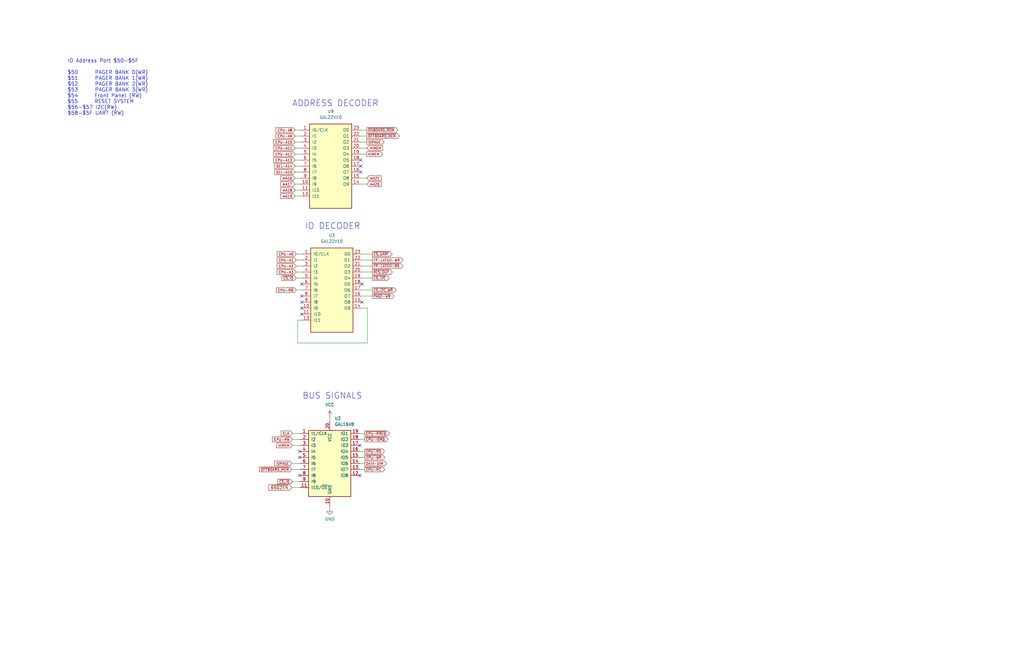
<source format=kicad_sch>
(kicad_sch (version 20211123) (generator eeschema)

  (uuid c3c349b1-d9bc-4742-9b63-40f30c22ca7c)

  (paper "B")

  (title_block
    (title "Duodyne 6502 CPU board")
    (date "2025-04-12")
    (rev "V0.8")
  )

  (lib_symbols
    (symbol "GAL22V10_1" (pin_names (offset 1.016)) (in_bom yes) (on_board yes)
      (property "Reference" "U" (id 0) (at -8.89 19.05 0)
        (effects (font (size 1.27 1.27)) (justify left))
      )
      (property "Value" "GAL22V10_1" (id 1) (at -1.27 19.05 0)
        (effects (font (size 1.27 1.27)) (justify left))
      )
      (property "Footprint" "" (id 2) (at 0 0 0)
        (effects (font (size 1.27 1.27)) hide)
      )
      (property "Datasheet" "" (id 3) (at 0 0 0)
        (effects (font (size 1.27 1.27)) hide)
      )
      (property "ki_fp_filters" "DIP* PDIP*" (id 4) (at 0 0 0)
        (effects (font (size 1.27 1.27)) hide)
      )
      (symbol "GAL22V10_1_0_1"
        (rectangle (start -8.89 -17.78) (end 8.89 17.78)
          (stroke (width 0.254) (type default) (color 0 0 0 0))
          (fill (type background))
        )
      )
      (symbol "GAL22V10_1_1_1"
        (pin input line (at -12.7 15.24 0) (length 3.81)
          (name "I0/CLK" (effects (font (size 1.27 1.27))))
          (number "1" (effects (font (size 1.27 1.27))))
        )
        (pin input line (at -12.7 -7.62 0) (length 3.81)
          (name "I9" (effects (font (size 1.27 1.27))))
          (number "10" (effects (font (size 1.27 1.27))))
        )
        (pin input line (at -12.7 -10.16 0) (length 3.81)
          (name "I10" (effects (font (size 1.27 1.27))))
          (number "11" (effects (font (size 1.27 1.27))))
        )
        (pin power_in line (at 0 -17.78 90) (length 0) hide
          (name "GND" (effects (font (size 1.27 1.27))))
          (number "12" (effects (font (size 1.27 1.27))))
        )
        (pin input line (at -12.7 -12.7 0) (length 3.81)
          (name "I11" (effects (font (size 1.27 1.27))))
          (number "13" (effects (font (size 1.27 1.27))))
        )
        (pin bidirectional line (at 12.7 -7.62 180) (length 3.81)
          (name "O9" (effects (font (size 1.27 1.27))))
          (number "14" (effects (font (size 1.27 1.27))))
        )
        (pin bidirectional line (at 12.7 -5.08 180) (length 3.81)
          (name "O8" (effects (font (size 1.27 1.27))))
          (number "15" (effects (font (size 1.27 1.27))))
        )
        (pin bidirectional line (at 12.7 -2.54 180) (length 3.81)
          (name "O7" (effects (font (size 1.27 1.27))))
          (number "16" (effects (font (size 1.27 1.27))))
        )
        (pin bidirectional line (at 12.7 0 180) (length 3.81)
          (name "O6" (effects (font (size 1.27 1.27))))
          (number "17" (effects (font (size 1.27 1.27))))
        )
        (pin bidirectional line (at 12.7 2.54 180) (length 3.81)
          (name "O5" (effects (font (size 1.27 1.27))))
          (number "18" (effects (font (size 1.27 1.27))))
        )
        (pin bidirectional line (at 12.7 5.08 180) (length 3.81)
          (name "O4" (effects (font (size 1.27 1.27))))
          (number "19" (effects (font (size 1.27 1.27))))
        )
        (pin input line (at -12.7 12.7 0) (length 3.81)
          (name "I1" (effects (font (size 1.27 1.27))))
          (number "2" (effects (font (size 1.27 1.27))))
        )
        (pin bidirectional line (at 12.7 7.62 180) (length 3.81)
          (name "O3" (effects (font (size 1.27 1.27))))
          (number "20" (effects (font (size 1.27 1.27))))
        )
        (pin bidirectional line (at 12.7 10.16 180) (length 3.81)
          (name "O2" (effects (font (size 1.27 1.27))))
          (number "21" (effects (font (size 1.27 1.27))))
        )
        (pin bidirectional line (at 12.7 12.7 180) (length 3.81)
          (name "O1" (effects (font (size 1.27 1.27))))
          (number "22" (effects (font (size 1.27 1.27))))
        )
        (pin bidirectional line (at 12.7 15.24 180) (length 3.81)
          (name "O0" (effects (font (size 1.27 1.27))))
          (number "23" (effects (font (size 1.27 1.27))))
        )
        (pin power_in line (at 0 17.78 270) (length 0) hide
          (name "VCC" (effects (font (size 1.27 1.27))))
          (number "24" (effects (font (size 1.27 1.27))))
        )
        (pin input line (at -12.7 10.16 0) (length 3.81)
          (name "I2" (effects (font (size 1.27 1.27))))
          (number "3" (effects (font (size 1.27 1.27))))
        )
        (pin input line (at -12.7 7.62 0) (length 3.81)
          (name "I3" (effects (font (size 1.27 1.27))))
          (number "4" (effects (font (size 1.27 1.27))))
        )
        (pin input line (at -12.7 5.08 0) (length 3.81)
          (name "I4" (effects (font (size 1.27 1.27))))
          (number "5" (effects (font (size 1.27 1.27))))
        )
        (pin input line (at -12.7 2.54 0) (length 3.81)
          (name "I5" (effects (font (size 1.27 1.27))))
          (number "6" (effects (font (size 1.27 1.27))))
        )
        (pin input line (at -12.7 0 0) (length 3.81)
          (name "I6" (effects (font (size 1.27 1.27))))
          (number "7" (effects (font (size 1.27 1.27))))
        )
        (pin input line (at -12.7 -2.54 0) (length 3.81)
          (name "I7" (effects (font (size 1.27 1.27))))
          (number "8" (effects (font (size 1.27 1.27))))
        )
        (pin input line (at -12.7 -5.08 0) (length 3.81)
          (name "I8" (effects (font (size 1.27 1.27))))
          (number "9" (effects (font (size 1.27 1.27))))
        )
      )
    )
    (symbol "Logic_Programmable:GAL16V8" (pin_names (offset 1.016)) (in_bom yes) (on_board yes)
      (property "Reference" "U" (id 0) (at -8.89 16.51 0)
        (effects (font (size 1.27 1.27)) (justify left))
      )
      (property "Value" "GAL16V8" (id 1) (at 1.27 16.51 0)
        (effects (font (size 1.27 1.27)) (justify left))
      )
      (property "Footprint" "" (id 2) (at 0 0 0)
        (effects (font (size 1.27 1.27)) hide)
      )
      (property "Datasheet" "" (id 3) (at 0 0 0)
        (effects (font (size 1.27 1.27)) hide)
      )
      (property "ki_keywords" "GAL PLD 16V8" (id 4) (at 0 0 0)
        (effects (font (size 1.27 1.27)) hide)
      )
      (property "ki_description" "Programmable Logic Array, DIP-20/SOIC-20/PLCC-20" (id 5) (at 0 0 0)
        (effects (font (size 1.27 1.27)) hide)
      )
      (property "ki_fp_filters" "DIP* PDIP* SOIC* SO* PLCC*" (id 6) (at 0 0 0)
        (effects (font (size 1.27 1.27)) hide)
      )
      (symbol "GAL16V8_0_0"
        (pin power_in line (at 0 -17.78 90) (length 3.81)
          (name "GND" (effects (font (size 1.27 1.27))))
          (number "10" (effects (font (size 1.27 1.27))))
        )
        (pin power_in line (at 0 17.78 270) (length 3.81)
          (name "VCC" (effects (font (size 1.27 1.27))))
          (number "20" (effects (font (size 1.27 1.27))))
        )
      )
      (symbol "GAL16V8_0_1"
        (rectangle (start -8.89 13.97) (end 8.89 -13.97)
          (stroke (width 0.254) (type default) (color 0 0 0 0))
          (fill (type background))
        )
      )
      (symbol "GAL16V8_1_1"
        (pin input line (at -12.7 12.7 0) (length 3.81)
          (name "I1/CLK" (effects (font (size 1.27 1.27))))
          (number "1" (effects (font (size 1.27 1.27))))
        )
        (pin input line (at -12.7 -10.16 0) (length 3.81)
          (name "I10/~{OE}" (effects (font (size 1.27 1.27))))
          (number "11" (effects (font (size 1.27 1.27))))
        )
        (pin tri_state line (at 12.7 -5.08 180) (length 3.81)
          (name "IO8" (effects (font (size 1.27 1.27))))
          (number "12" (effects (font (size 1.27 1.27))))
        )
        (pin tri_state line (at 12.7 -2.54 180) (length 3.81)
          (name "IO7" (effects (font (size 1.27 1.27))))
          (number "13" (effects (font (size 1.27 1.27))))
        )
        (pin tri_state line (at 12.7 0 180) (length 3.81)
          (name "IO6" (effects (font (size 1.27 1.27))))
          (number "14" (effects (font (size 1.27 1.27))))
        )
        (pin tri_state line (at 12.7 2.54 180) (length 3.81)
          (name "IO5" (effects (font (size 1.27 1.27))))
          (number "15" (effects (font (size 1.27 1.27))))
        )
        (pin tri_state line (at 12.7 5.08 180) (length 3.81)
          (name "IO4" (effects (font (size 1.27 1.27))))
          (number "16" (effects (font (size 1.27 1.27))))
        )
        (pin tri_state line (at 12.7 7.62 180) (length 3.81)
          (name "I03" (effects (font (size 1.27 1.27))))
          (number "17" (effects (font (size 1.27 1.27))))
        )
        (pin tri_state line (at 12.7 10.16 180) (length 3.81)
          (name "IO2" (effects (font (size 1.27 1.27))))
          (number "18" (effects (font (size 1.27 1.27))))
        )
        (pin tri_state line (at 12.7 12.7 180) (length 3.81)
          (name "IO1" (effects (font (size 1.27 1.27))))
          (number "19" (effects (font (size 1.27 1.27))))
        )
        (pin input line (at -12.7 10.16 0) (length 3.81)
          (name "I2" (effects (font (size 1.27 1.27))))
          (number "2" (effects (font (size 1.27 1.27))))
        )
        (pin input line (at -12.7 7.62 0) (length 3.81)
          (name "I3" (effects (font (size 1.27 1.27))))
          (number "3" (effects (font (size 1.27 1.27))))
        )
        (pin input line (at -12.7 5.08 0) (length 3.81)
          (name "I4" (effects (font (size 1.27 1.27))))
          (number "4" (effects (font (size 1.27 1.27))))
        )
        (pin input line (at -12.7 2.54 0) (length 3.81)
          (name "I5" (effects (font (size 1.27 1.27))))
          (number "5" (effects (font (size 1.27 1.27))))
        )
        (pin input line (at -12.7 0 0) (length 3.81)
          (name "I6" (effects (font (size 1.27 1.27))))
          (number "6" (effects (font (size 1.27 1.27))))
        )
        (pin input line (at -12.7 -2.54 0) (length 3.81)
          (name "I7" (effects (font (size 1.27 1.27))))
          (number "7" (effects (font (size 1.27 1.27))))
        )
        (pin input line (at -12.7 -5.08 0) (length 3.81)
          (name "I8" (effects (font (size 1.27 1.27))))
          (number "8" (effects (font (size 1.27 1.27))))
        )
        (pin input line (at -12.7 -7.62 0) (length 3.81)
          (name "I9" (effects (font (size 1.27 1.27))))
          (number "9" (effects (font (size 1.27 1.27))))
        )
      )
    )
    (symbol "gal22v10:GAL22V10" (pin_names (offset 1.016)) (in_bom yes) (on_board yes)
      (property "Reference" "U" (id 0) (at -8.89 19.05 0)
        (effects (font (size 1.27 1.27)) (justify left))
      )
      (property "Value" "GAL22V10" (id 1) (at -1.27 19.05 0)
        (effects (font (size 1.27 1.27)) (justify left))
      )
      (property "Footprint" "" (id 2) (at 0 0 0)
        (effects (font (size 1.27 1.27)) hide)
      )
      (property "Datasheet" "" (id 3) (at 0 0 0)
        (effects (font (size 1.27 1.27)) hide)
      )
      (property "ki_fp_filters" "DIP* PDIP*" (id 4) (at 0 0 0)
        (effects (font (size 1.27 1.27)) hide)
      )
      (symbol "GAL22V10_0_1"
        (rectangle (start -8.89 -17.78) (end 8.89 17.78)
          (stroke (width 0.254) (type default) (color 0 0 0 0))
          (fill (type background))
        )
      )
      (symbol "GAL22V10_1_1"
        (pin input line (at -12.7 15.24 0) (length 3.81)
          (name "I0/CLK" (effects (font (size 1.27 1.27))))
          (number "1" (effects (font (size 1.27 1.27))))
        )
        (pin input line (at -12.7 -7.62 0) (length 3.81)
          (name "I9" (effects (font (size 1.27 1.27))))
          (number "10" (effects (font (size 1.27 1.27))))
        )
        (pin input line (at -12.7 -10.16 0) (length 3.81)
          (name "I10" (effects (font (size 1.27 1.27))))
          (number "11" (effects (font (size 1.27 1.27))))
        )
        (pin power_in line (at 0 -17.78 90) (length 0) hide
          (name "GND" (effects (font (size 1.27 1.27))))
          (number "12" (effects (font (size 1.27 1.27))))
        )
        (pin input line (at -12.7 -12.7 0) (length 3.81)
          (name "I11" (effects (font (size 1.27 1.27))))
          (number "13" (effects (font (size 1.27 1.27))))
        )
        (pin bidirectional line (at 12.7 -7.62 180) (length 3.81)
          (name "O9" (effects (font (size 1.27 1.27))))
          (number "14" (effects (font (size 1.27 1.27))))
        )
        (pin bidirectional line (at 12.7 -5.08 180) (length 3.81)
          (name "O8" (effects (font (size 1.27 1.27))))
          (number "15" (effects (font (size 1.27 1.27))))
        )
        (pin bidirectional line (at 12.7 -2.54 180) (length 3.81)
          (name "O7" (effects (font (size 1.27 1.27))))
          (number "16" (effects (font (size 1.27 1.27))))
        )
        (pin bidirectional line (at 12.7 0 180) (length 3.81)
          (name "O6" (effects (font (size 1.27 1.27))))
          (number "17" (effects (font (size 1.27 1.27))))
        )
        (pin bidirectional line (at 12.7 2.54 180) (length 3.81)
          (name "O5" (effects (font (size 1.27 1.27))))
          (number "18" (effects (font (size 1.27 1.27))))
        )
        (pin bidirectional line (at 12.7 5.08 180) (length 3.81)
          (name "O4" (effects (font (size 1.27 1.27))))
          (number "19" (effects (font (size 1.27 1.27))))
        )
        (pin input line (at -12.7 12.7 0) (length 3.81)
          (name "I1" (effects (font (size 1.27 1.27))))
          (number "2" (effects (font (size 1.27 1.27))))
        )
        (pin bidirectional line (at 12.7 7.62 180) (length 3.81)
          (name "O3" (effects (font (size 1.27 1.27))))
          (number "20" (effects (font (size 1.27 1.27))))
        )
        (pin bidirectional line (at 12.7 10.16 180) (length 3.81)
          (name "O2" (effects (font (size 1.27 1.27))))
          (number "21" (effects (font (size 1.27 1.27))))
        )
        (pin bidirectional line (at 12.7 12.7 180) (length 3.81)
          (name "O1" (effects (font (size 1.27 1.27))))
          (number "22" (effects (font (size 1.27 1.27))))
        )
        (pin bidirectional line (at 12.7 15.24 180) (length 3.81)
          (name "O0" (effects (font (size 1.27 1.27))))
          (number "23" (effects (font (size 1.27 1.27))))
        )
        (pin power_in line (at 0 17.78 270) (length 0) hide
          (name "VCC" (effects (font (size 1.27 1.27))))
          (number "24" (effects (font (size 1.27 1.27))))
        )
        (pin input line (at -12.7 10.16 0) (length 3.81)
          (name "I2" (effects (font (size 1.27 1.27))))
          (number "3" (effects (font (size 1.27 1.27))))
        )
        (pin input line (at -12.7 7.62 0) (length 3.81)
          (name "I3" (effects (font (size 1.27 1.27))))
          (number "4" (effects (font (size 1.27 1.27))))
        )
        (pin input line (at -12.7 5.08 0) (length 3.81)
          (name "I4" (effects (font (size 1.27 1.27))))
          (number "5" (effects (font (size 1.27 1.27))))
        )
        (pin input line (at -12.7 2.54 0) (length 3.81)
          (name "I5" (effects (font (size 1.27 1.27))))
          (number "6" (effects (font (size 1.27 1.27))))
        )
        (pin input line (at -12.7 0 0) (length 3.81)
          (name "I6" (effects (font (size 1.27 1.27))))
          (number "7" (effects (font (size 1.27 1.27))))
        )
        (pin input line (at -12.7 -2.54 0) (length 3.81)
          (name "I7" (effects (font (size 1.27 1.27))))
          (number "8" (effects (font (size 1.27 1.27))))
        )
        (pin input line (at -12.7 -5.08 0) (length 3.81)
          (name "I8" (effects (font (size 1.27 1.27))))
          (number "9" (effects (font (size 1.27 1.27))))
        )
      )
    )
    (symbol "power:GND" (power) (pin_names (offset 0)) (in_bom yes) (on_board yes)
      (property "Reference" "#PWR" (id 0) (at 0 -6.35 0)
        (effects (font (size 1.27 1.27)) hide)
      )
      (property "Value" "GND" (id 1) (at 0 -3.81 0)
        (effects (font (size 1.27 1.27)))
      )
      (property "Footprint" "" (id 2) (at 0 0 0)
        (effects (font (size 1.27 1.27)) hide)
      )
      (property "Datasheet" "" (id 3) (at 0 0 0)
        (effects (font (size 1.27 1.27)) hide)
      )
      (property "ki_keywords" "global power" (id 4) (at 0 0 0)
        (effects (font (size 1.27 1.27)) hide)
      )
      (property "ki_description" "Power symbol creates a global label with name \"GND\" , ground" (id 5) (at 0 0 0)
        (effects (font (size 1.27 1.27)) hide)
      )
      (symbol "GND_0_1"
        (polyline
          (pts
            (xy 0 0)
            (xy 0 -1.27)
            (xy 1.27 -1.27)
            (xy 0 -2.54)
            (xy -1.27 -1.27)
            (xy 0 -1.27)
          )
          (stroke (width 0) (type default) (color 0 0 0 0))
          (fill (type none))
        )
      )
      (symbol "GND_1_1"
        (pin power_in line (at 0 0 270) (length 0) hide
          (name "GND" (effects (font (size 1.27 1.27))))
          (number "1" (effects (font (size 1.27 1.27))))
        )
      )
    )
    (symbol "power:VCC" (power) (pin_names (offset 0)) (in_bom yes) (on_board yes)
      (property "Reference" "#PWR" (id 0) (at 0 -3.81 0)
        (effects (font (size 1.27 1.27)) hide)
      )
      (property "Value" "VCC" (id 1) (at 0 3.81 0)
        (effects (font (size 1.27 1.27)))
      )
      (property "Footprint" "" (id 2) (at 0 0 0)
        (effects (font (size 1.27 1.27)) hide)
      )
      (property "Datasheet" "" (id 3) (at 0 0 0)
        (effects (font (size 1.27 1.27)) hide)
      )
      (property "ki_keywords" "global power" (id 4) (at 0 0 0)
        (effects (font (size 1.27 1.27)) hide)
      )
      (property "ki_description" "Power symbol creates a global label with name \"VCC\"" (id 5) (at 0 0 0)
        (effects (font (size 1.27 1.27)) hide)
      )
      (symbol "VCC_0_1"
        (polyline
          (pts
            (xy -0.762 1.27)
            (xy 0 2.54)
          )
          (stroke (width 0) (type default) (color 0 0 0 0))
          (fill (type none))
        )
        (polyline
          (pts
            (xy 0 0)
            (xy 0 2.54)
          )
          (stroke (width 0) (type default) (color 0 0 0 0))
          (fill (type none))
        )
        (polyline
          (pts
            (xy 0 2.54)
            (xy 0.762 1.27)
          )
          (stroke (width 0) (type default) (color 0 0 0 0))
          (fill (type none))
        )
      )
      (symbol "VCC_1_1"
        (pin power_in line (at 0 0 90) (length 0) hide
          (name "VCC" (effects (font (size 1.27 1.27))))
          (number "1" (effects (font (size 1.27 1.27))))
        )
      )
    )
  )


  (no_connect (at 152.146 72.644) (uuid 0c79c4f2-34e9-4174-aa20-e12f8d2b061a))
  (no_connect (at 126.365 200.66) (uuid 23853ff2-2a59-47ba-a960-95185f764033))
  (no_connect (at 152.654 127.508) (uuid 3a6407fd-ee3d-4dd8-a4ff-97d37ae66f41))
  (no_connect (at 152.146 67.564) (uuid 40013344-2ed9-4fb7-9677-f3e3e05762da))
  (no_connect (at 127.254 127.508) (uuid 4b5df847-59f9-437b-aadb-5e656c752293))
  (no_connect (at 127.254 130.048) (uuid 4fe7fcab-6f73-4cdc-ac57-ccaee4337e0b))
  (no_connect (at 126.365 193.04) (uuid 5363f512-e8bc-4c91-bb58-72c2cb3a847b))
  (no_connect (at 127.254 119.888) (uuid 681142fe-0c20-4789-947a-a0ecbeaa7984))
  (no_connect (at 151.765 187.96) (uuid 89ced7e9-9189-49df-8927-f2a0a0513231))
  (no_connect (at 151.765 200.66) (uuid ad0a2231-c77e-46ff-b511-dbd6ea7ce06c))
  (no_connect (at 127.254 132.588) (uuid c351e933-da84-4dfc-9018-9de6de8f583a))
  (no_connect (at 127.254 124.968) (uuid c713c33f-372e-4031-b0e8-8e5d600b369b))
  (no_connect (at 152.654 119.888) (uuid c8371402-03d6-4215-810d-f106bd43147e))
  (no_connect (at 152.146 70.104) (uuid d5c8a360-8eb0-4e17-b346-7acaac18e0ef))
  (no_connect (at 126.365 190.5) (uuid ee6d561d-b6bd-48a5-a3c3-4be05f9d93ef))

  (wire (pts (xy 124.46 82.804) (xy 126.746 82.804))
    (stroke (width 0) (type default) (color 0 0 0 0))
    (uuid 047244c2-c680-42cd-b226-30642311f8b9)
  )
  (wire (pts (xy 151.765 182.88) (xy 153.797 182.88))
    (stroke (width 0) (type default) (color 0 0 0 0))
    (uuid 04ea88b3-dd34-449c-9998-32c0e4712be8)
  )
  (wire (pts (xy 152.654 130.048) (xy 154.94 130.048))
    (stroke (width 0) (type default) (color 0 0 0 0))
    (uuid 053b4ba2-2651-445a-92c3-0d4eef94dd14)
  )
  (wire (pts (xy 151.765 195.58) (xy 153.797 195.58))
    (stroke (width 0) (type default) (color 0 0 0 0))
    (uuid 0a274f54-8282-40ca-9404-eff9778d3f27)
  )
  (wire (pts (xy 123.317 185.42) (xy 126.365 185.42))
    (stroke (width 0) (type default) (color 0 0 0 0))
    (uuid 0accb029-5d18-4f8e-858b-335d26fd5d34)
  )
  (wire (pts (xy 151.765 185.42) (xy 153.797 185.42))
    (stroke (width 0) (type default) (color 0 0 0 0))
    (uuid 0ba56dc9-acbd-45bd-a2dd-1b38513955dc)
  )
  (wire (pts (xy 124.968 122.428) (xy 127.254 122.428))
    (stroke (width 0) (type default) (color 0 0 0 0))
    (uuid 108e758b-810c-45ef-b43b-a3926d8553f2)
  )
  (wire (pts (xy 152.654 124.968) (xy 156.972 124.968))
    (stroke (width 0) (type default) (color 0 0 0 0))
    (uuid 12d943df-e129-4857-9355-f23a8020e153)
  )
  (wire (pts (xy 123.317 182.88) (xy 126.365 182.88))
    (stroke (width 0) (type default) (color 0 0 0 0))
    (uuid 14351b71-b9f1-4ed5-bece-8d9bc0b5d3f5)
  )
  (wire (pts (xy 152.654 109.728) (xy 156.972 109.728))
    (stroke (width 0) (type default) (color 0 0 0 0))
    (uuid 2ed3ed62-177b-4236-8902-7fab7b3a3a8c)
  )
  (wire (pts (xy 139.065 175.895) (xy 139.065 177.8))
    (stroke (width 0) (type default) (color 0 0 0 0))
    (uuid 3c56ede1-7bb5-4d73-87d6-24cffb04965f)
  )
  (wire (pts (xy 123.317 187.96) (xy 126.365 187.96))
    (stroke (width 0) (type default) (color 0 0 0 0))
    (uuid 424e2b5d-bd0d-422b-b087-7a9f24f0c82f)
  )
  (wire (pts (xy 151.765 198.12) (xy 153.797 198.12))
    (stroke (width 0) (type default) (color 0 0 0 0))
    (uuid 426243d8-b67d-4f08-9ad3-9008faafa163)
  )
  (wire (pts (xy 152.654 107.188) (xy 156.972 107.188))
    (stroke (width 0) (type default) (color 0 0 0 0))
    (uuid 4b248af9-9ce9-4145-9592-810454c95039)
  )
  (wire (pts (xy 124.968 112.268) (xy 127.254 112.268))
    (stroke (width 0) (type default) (color 0 0 0 0))
    (uuid 4d0a0b86-4faf-48dd-95a8-9f9a7ea08ae9)
  )
  (wire (pts (xy 152.654 117.348) (xy 156.972 117.348))
    (stroke (width 0) (type default) (color 0 0 0 0))
    (uuid 5083c537-4152-455f-b3e4-7bc0353b8b9c)
  )
  (wire (pts (xy 151.765 190.5) (xy 153.797 190.5))
    (stroke (width 0) (type default) (color 0 0 0 0))
    (uuid 5791fa0c-0701-4852-b7f8-8597d85ebd92)
  )
  (wire (pts (xy 124.46 57.404) (xy 126.746 57.404))
    (stroke (width 0) (type default) (color 0 0 0 0))
    (uuid 590d7e90-9fe7-4edc-884e-fffc1add96a6)
  )
  (wire (pts (xy 124.46 65.024) (xy 126.746 65.024))
    (stroke (width 0) (type default) (color 0 0 0 0))
    (uuid 59972d42-b580-40b4-81be-b68ac2971d3c)
  )
  (wire (pts (xy 152.146 75.184) (xy 154.686 75.184))
    (stroke (width 0) (type default) (color 0 0 0 0))
    (uuid 634b63d6-debe-45f1-85a3-2b860bd5a80f)
  )
  (wire (pts (xy 124.968 109.728) (xy 127.254 109.728))
    (stroke (width 0) (type default) (color 0 0 0 0))
    (uuid 6417d3a9-6c76-4ed9-b8a1-96a12129643a)
  )
  (wire (pts (xy 124.968 117.348) (xy 127.254 117.348))
    (stroke (width 0) (type default) (color 0 0 0 0))
    (uuid 66c0fd4b-66b2-42ad-919f-4b14dfda80c7)
  )
  (wire (pts (xy 124.46 80.264) (xy 126.746 80.264))
    (stroke (width 0) (type default) (color 0 0 0 0))
    (uuid 7281ca40-96c3-4ca4-8bad-4402ef8ad90b)
  )
  (wire (pts (xy 123.063 198.12) (xy 126.365 198.12))
    (stroke (width 0) (type default) (color 0 0 0 0))
    (uuid 7759d708-f905-4916-9d7a-18ae63f2ce2c)
  )
  (wire (pts (xy 124.46 62.484) (xy 126.746 62.484))
    (stroke (width 0) (type default) (color 0 0 0 0))
    (uuid 81df64e2-24d2-4c7c-924e-421d697af96e)
  )
  (wire (pts (xy 124.46 75.184) (xy 126.746 75.184))
    (stroke (width 0) (type default) (color 0 0 0 0))
    (uuid 83223274-1d6f-4f4d-87b1-5ae9e97c448f)
  )
  (wire (pts (xy 154.94 144.78) (xy 125.476 144.78))
    (stroke (width 0) (type default) (color 0 0 0 0))
    (uuid 852f6e50-a514-42da-a33b-52e3fbf355b3)
  )
  (wire (pts (xy 139.065 213.36) (xy 139.065 214.63))
    (stroke (width 0) (type default) (color 0 0 0 0))
    (uuid 85ffaf9e-8eb2-45b9-951f-66fbb2995f17)
  )
  (wire (pts (xy 152.146 62.484) (xy 154.686 62.484))
    (stroke (width 0) (type default) (color 0 0 0 0))
    (uuid 89765b62-4608-4f1a-8329-1d60ec749001)
  )
  (wire (pts (xy 124.46 70.104) (xy 126.746 70.104))
    (stroke (width 0) (type default) (color 0 0 0 0))
    (uuid 8a13fabb-bad1-4216-923a-36006d04705e)
  )
  (wire (pts (xy 152.146 57.404) (xy 154.686 57.404))
    (stroke (width 0) (type default) (color 0 0 0 0))
    (uuid 8c0ac902-e5e8-42a4-ab8e-2692847b4246)
  )
  (wire (pts (xy 124.968 114.808) (xy 127.254 114.808))
    (stroke (width 0) (type default) (color 0 0 0 0))
    (uuid 9779f199-4006-4256-8d0f-d78a29ebb97d)
  )
  (wire (pts (xy 152.146 59.944) (xy 154.686 59.944))
    (stroke (width 0) (type default) (color 0 0 0 0))
    (uuid 9c828387-434a-4c3b-90fb-a9b688196893)
  )
  (wire (pts (xy 124.46 59.944) (xy 126.746 59.944))
    (stroke (width 0) (type default) (color 0 0 0 0))
    (uuid 9fc3f8cb-9a7f-46b0-b7cb-d4c7281e5ef3)
  )
  (wire (pts (xy 152.146 77.724) (xy 154.686 77.724))
    (stroke (width 0) (type default) (color 0 0 0 0))
    (uuid a38da769-f379-47ac-9f1d-3481b15f268e)
  )
  (wire (pts (xy 123.063 195.58) (xy 126.365 195.58))
    (stroke (width 0) (type default) (color 0 0 0 0))
    (uuid a8fffabe-a5eb-4f94-b0a9-758533ddffd4)
  )
  (wire (pts (xy 124.968 107.188) (xy 127.254 107.188))
    (stroke (width 0) (type default) (color 0 0 0 0))
    (uuid af88317c-9815-406e-a6c6-e30c058904b4)
  )
  (wire (pts (xy 151.765 193.04) (xy 153.797 193.04))
    (stroke (width 0) (type default) (color 0 0 0 0))
    (uuid b22f69ee-cb7d-42e5-91ec-5b046f8cbc4a)
  )
  (wire (pts (xy 124.46 67.564) (xy 126.746 67.564))
    (stroke (width 0) (type default) (color 0 0 0 0))
    (uuid b3f07490-c569-4bec-9d1f-5de162c81c86)
  )
  (wire (pts (xy 123.317 203.2) (xy 126.365 203.2))
    (stroke (width 0) (type default) (color 0 0 0 0))
    (uuid b4d1d609-7158-41b0-b51e-697ac0f41ad8)
  )
  (wire (pts (xy 152.654 114.808) (xy 156.972 114.808))
    (stroke (width 0) (type default) (color 0 0 0 0))
    (uuid ba538868-b6cf-480a-a31c-9053155e98d9)
  )
  (wire (pts (xy 125.476 135.128) (xy 127.254 135.128))
    (stroke (width 0) (type default) (color 0 0 0 0))
    (uuid bb749f2f-1b1d-4ab4-9484-2bc69af3a938)
  )
  (wire (pts (xy 124.46 72.644) (xy 126.746 72.644))
    (stroke (width 0) (type default) (color 0 0 0 0))
    (uuid cb7b9535-e459-41bc-8737-22c30e9f2eba)
  )
  (wire (pts (xy 124.46 77.724) (xy 126.746 77.724))
    (stroke (width 0) (type default) (color 0 0 0 0))
    (uuid d3c86f6a-55b7-46fe-89a0-d7405939d83f)
  )
  (wire (pts (xy 152.654 122.428) (xy 156.972 122.428))
    (stroke (width 0) (type default) (color 0 0 0 0))
    (uuid d8dd2896-9bb6-4eb3-8d8c-0b887d35940d)
  )
  (wire (pts (xy 152.146 54.864) (xy 154.686 54.864))
    (stroke (width 0) (type default) (color 0 0 0 0))
    (uuid daa75cf1-578b-4b3b-85b7-8d26649bf283)
  )
  (wire (pts (xy 124.46 54.864) (xy 126.746 54.864))
    (stroke (width 0) (type default) (color 0 0 0 0))
    (uuid dd9d9c83-af9c-4baf-af27-638e404e3444)
  )
  (wire (pts (xy 154.94 130.048) (xy 154.94 144.78))
    (stroke (width 0) (type default) (color 0 0 0 0))
    (uuid e019bed8-a6fb-4abb-86de-ab0423d6d5ad)
  )
  (wire (pts (xy 152.146 65.024) (xy 154.686 65.024))
    (stroke (width 0) (type default) (color 0 0 0 0))
    (uuid ef0b6c5b-1ead-4e78-b6ac-c70e759b220f)
  )
  (wire (pts (xy 123.063 205.74) (xy 126.365 205.74))
    (stroke (width 0) (type default) (color 0 0 0 0))
    (uuid f7555b0a-bb1e-4415-9145-80ff14f6261e)
  )
  (wire (pts (xy 152.654 112.268) (xy 156.972 112.268))
    (stroke (width 0) (type default) (color 0 0 0 0))
    (uuid ff6183e2-5654-4e1b-9f2f-fd231e519399)
  )
  (wire (pts (xy 125.476 144.78) (xy 125.476 135.128))
    (stroke (width 0) (type default) (color 0 0 0 0))
    (uuid ff894ab8-2c54-45de-96fb-0dbfe08dbdae)
  )

  (text "ADDRESS DECODER" (at 123.19 45.212 0)
    (effects (font (size 2.54 2.54)) (justify left bottom))
    (uuid 1afbf2a1-93e1-47bf-977f-e132c2375c62)
  )
  (text "IO DECODER\n" (at 128.524 97.028 0)
    (effects (font (size 2.54 2.54)) (justify left bottom))
    (uuid 930f1563-6d83-4d40-9b92-f001399bc6ee)
  )
  (text "IO Address Port $50-$5F\n\n$50	     PAGER BANK 0(WR)\n$51	     PAGER BANK 1(WR)\n$52	     PAGER BANK 2(WR)\n$53	     PAGER BANK 3(WR)\n$54      Front Panel (RW)\n$55      RESET SYSTEM \n$56-$57 I2C(RW)\n$58-$5F UART (RW)"
    (at 28.448 48.768 0)
    (effects (font (size 1.524 1.524)) (justify left bottom))
    (uuid bc80decc-df57-444a-abb0-0e15fde065d0)
  )
  (text "BUS SIGNALS\n\n" (at 127.508 172.72 0)
    (effects (font (size 2.54 2.54)) (justify left bottom))
    (uuid ea16b8d3-6c36-44a3-abf9-cbc7a8da0d52)
  )

  (global_label "CPU-A3" (shape input) (at 124.968 114.808 180) (fields_autoplaced)
    (effects (font (size 1.016 1.016)) (justify right))
    (uuid 164a119e-a283-472b-bb2c-2003d37ab3c3)
    (property "Intersheet References" "${INTERSHEET_REFS}" (id 0) (at 116.9159 114.7445 0)
      (effects (font (size 1.016 1.016)) (justify right) hide)
    )
  )
  (global_label "FP-LATCH-WR" (shape output) (at 156.972 109.728 0) (fields_autoplaced)
    (effects (font (size 1.016 1.016)) (justify left))
    (uuid 16afe0fa-749e-417b-9a4d-3adaab475ecb)
    (property "Intersheet References" "${INTERSHEET_REFS}" (id 0) (at 169.9589 109.7915 0)
      (effects (font (size 1.016 1.016)) (justify left) hide)
    )
  )
  (global_label "~{CS_I2C}" (shape output) (at 156.972 117.348 0) (fields_autoplaced)
    (effects (font (size 1.016 1.016)) (justify left))
    (uuid 2b5d4dc2-c6a9-42b6-b7a1-6882528c7b23)
    (property "Intersheet References" "${INTERSHEET_REFS}" (id 0) (at 164.0564 117.2845 0)
      (effects (font (size 1.016 1.016)) (justify left) hide)
    )
  )
  (global_label "~{CPU-RD}" (shape output) (at 153.797 190.5 0) (fields_autoplaced)
    (effects (font (size 1.016 1.016)) (justify left))
    (uuid 2c476d7c-303f-43f2-9ad8-e043089aec95)
    (property "Intersheet References" "${INTERSHEET_REFS}" (id 0) (at 335.407 306.07 0)
      (effects (font (size 1.27 1.27)) hide)
    )
  )
  (global_label "~{CS_IO}" (shape input) (at 124.968 117.348 180) (fields_autoplaced)
    (effects (font (size 1.016 1.016)) (justify right))
    (uuid 2db2818a-c163-48ac-a172-bd69ee6c8b06)
    (property "Intersheet References" "${INTERSHEET_REFS}" (id 0) (at 118.8028 117.4115 0)
      (effects (font (size 1.016 1.016)) (justify right) hide)
    )
  )
  (global_label "HIMEM" (shape input) (at 123.317 187.96 180) (fields_autoplaced)
    (effects (font (size 1.016 1.016)) (justify right))
    (uuid 3163790d-a414-4b03-bf7f-0f7bc8f8fba1)
    (property "Intersheet References" "${INTERSHEET_REFS}" (id 0) (at 116.668 188.0235 0)
      (effects (font (size 1.016 1.016)) (justify right) hide)
    )
  )
  (global_label "~{CPU-MREQ}" (shape output) (at 153.797 182.88 0) (fields_autoplaced)
    (effects (font (size 1.016 1.016)) (justify left))
    (uuid 46f15d76-dae2-44f8-926a-c73ef898a7b0)
    (property "Intersheet References" "${INTERSHEET_REFS}" (id 0) (at 335.407 293.37 0)
      (effects (font (size 1.27 1.27)) hide)
    )
  )
  (global_label "CPU-A1" (shape input) (at 124.968 109.728 180) (fields_autoplaced)
    (effects (font (size 1.016 1.016)) (justify right))
    (uuid 4ddc513d-5e54-4a78-9b4c-fb2e56448ae5)
    (property "Intersheet References" "${INTERSHEET_REFS}" (id 0) (at 116.9159 109.6645 0)
      (effects (font (size 1.016 1.016)) (justify right) hide)
    )
  )
  (global_label "IOPAGE" (shape output) (at 154.686 59.944 0) (fields_autoplaced)
    (effects (font (size 1.016 1.016)) (justify left))
    (uuid 543a77f4-802d-41c4-ae0a-4637839138aa)
    (property "Intersheet References" "${INTERSHEET_REFS}" (id 0) (at 161.9156 59.8805 0)
      (effects (font (size 1.016 1.016)) (justify left) hide)
    )
  )
  (global_label "CPU-A8" (shape input) (at 124.46 54.864 180) (fields_autoplaced)
    (effects (font (size 1.016 1.016)) (justify right))
    (uuid 56aaeb7c-97f3-40ab-9b54-5ed039d39a46)
    (property "Intersheet References" "${INTERSHEET_REFS}" (id 0) (at 116.4079 54.9275 0)
      (effects (font (size 1.016 1.016)) (justify right) hide)
    )
  )
  (global_label "~{CS_IO}" (shape input) (at 123.317 203.2 180) (fields_autoplaced)
    (effects (font (size 1.016 1.016)) (justify right))
    (uuid 5719fa55-e2ef-424a-a8c0-01f2c4cdcff7)
    (property "Intersheet References" "${INTERSHEET_REFS}" (id 0) (at 117.1518 203.2635 0)
      (effects (font (size 1.016 1.016)) (justify right) hide)
    )
  )
  (global_label "CLK" (shape input) (at 123.317 182.88 180) (fields_autoplaced)
    (effects (font (size 1.016 1.016)) (justify right))
    (uuid 5964ab84-40f1-44f9-a4c3-867841c2d2e3)
    (property "Intersheet References" "${INTERSHEET_REFS}" (id 0) (at 118.6032 182.8165 0)
      (effects (font (size 1.016 1.016)) (justify right) hide)
    )
  )
  (global_label "~{CPU-WR}" (shape output) (at 153.797 193.04 0) (fields_autoplaced)
    (effects (font (size 1.016 1.016)) (justify left))
    (uuid 5cce2dcb-b010-4bb0-9a70-ce60d580e088)
    (property "Intersheet References" "${INTERSHEET_REFS}" (id 0) (at 335.407 311.15 0)
      (effects (font (size 1.27 1.27)) hide)
    )
  )
  (global_label "mA18" (shape input) (at 124.46 80.264 180) (fields_autoplaced)
    (effects (font (size 1.016 1.016)) (justify right))
    (uuid 70387619-caf1-485b-9c25-a23feae848d8)
    (property "Intersheet References" "${INTERSHEET_REFS}" (id 0) (at 118.4399 80.3275 0)
      (effects (font (size 1.016 1.016)) (justify right) hide)
    )
  )
  (global_label "~{CPU-M1}" (shape output) (at 153.797 198.12 0) (fields_autoplaced)
    (effects (font (size 1.016 1.016)) (justify left))
    (uuid 736892d4-d15f-464b-b060-5e8c2a735845)
    (property "Intersheet References" "${INTERSHEET_REFS}" (id 0) (at 335.407 306.07 0)
      (effects (font (size 1.27 1.27)) hide)
    )
  )
  (global_label "CPU-A2" (shape input) (at 124.968 112.268 180) (fields_autoplaced)
    (effects (font (size 1.016 1.016)) (justify right))
    (uuid 770b661b-fa6a-4ecc-ba0d-eafd84e5e2db)
    (property "Intersheet References" "${INTERSHEET_REFS}" (id 0) (at 116.9159 112.2045 0)
      (effects (font (size 1.016 1.016)) (justify right) hide)
    )
  )
  (global_label "~{OFFBOARD_MEM}" (shape input) (at 123.063 198.12 180) (fields_autoplaced)
    (effects (font (size 1.016 1.016)) (justify right))
    (uuid 7ed9ff39-80ff-45a6-a138-65e05d39423e)
    (property "Intersheet References" "${INTERSHEET_REFS}" (id 0) (at 109.3987 198.0565 0)
      (effects (font (size 1.016 1.016)) (justify right) hide)
    )
  )
  (global_label "~{OFFBOARD_MEM}" (shape output) (at 154.686 57.404 0) (fields_autoplaced)
    (effects (font (size 1.016 1.016)) (justify left))
    (uuid 81e96b93-365a-49b4-8e21-0e874b1ade7e)
    (property "Intersheet References" "${INTERSHEET_REFS}" (id 0) (at 168.3503 57.3405 0)
      (effects (font (size 1.016 1.016)) (justify left) hide)
    )
  )
  (global_label "CPU-A10" (shape input) (at 124.46 59.944 180) (fields_autoplaced)
    (effects (font (size 1.016 1.016)) (justify right))
    (uuid 85ed94f1-a163-45ea-ba09-7a58204148ff)
    (property "Intersheet References" "${INTERSHEET_REFS}" (id 0) (at 115.4403 59.8805 0)
      (effects (font (size 1.016 1.016)) (justify right) hide)
    )
  )
  (global_label "CPU-A0" (shape input) (at 124.968 107.188 180) (fields_autoplaced)
    (effects (font (size 1.016 1.016)) (justify right))
    (uuid 861f3977-f34d-4fa5-b7df-99efddf05362)
    (property "Intersheet References" "${INTERSHEET_REFS}" (id 0) (at 116.9159 107.1245 0)
      (effects (font (size 1.016 1.016)) (justify right) hide)
    )
  )
  (global_label "~{CS_I2C_WR}" (shape output) (at 156.972 122.428 0) (fields_autoplaced)
    (effects (font (size 1.016 1.016)) (justify left))
    (uuid 86815926-8f12-47fc-ab31-b1b5895a9302)
    (property "Intersheet References" "${INTERSHEET_REFS}" (id 0) (at 167.0077 122.3645 0)
      (effects (font (size 1.016 1.016)) (justify left) hide)
    )
  )
  (global_label "~{6502EN}" (shape input) (at 123.063 205.74 180) (fields_autoplaced)
    (effects (font (size 1.27 1.27)) (justify right))
    (uuid 88811024-b7a9-468b-8713-71999699763f)
    (property "Intersheet References" "${INTERSHEET_REFS}" (id 0) (at 113.4212 205.6606 0)
      (effects (font (size 1.27 1.27)) (justify right) hide)
    )
  )
  (global_label "mA16" (shape input) (at 124.46 75.184 180) (fields_autoplaced)
    (effects (font (size 1.016 1.016)) (justify right))
    (uuid 8e5a3926-5684-48b3-b2bf-c15cd90c48ff)
    (property "Intersheet References" "${INTERSHEET_REFS}" (id 0) (at 118.4399 75.2475 0)
      (effects (font (size 1.016 1.016)) (justify right) hide)
    )
  )
  (global_label "~{FP-LATCH-RD}" (shape output) (at 156.972 112.268 0) (fields_autoplaced)
    (effects (font (size 1.016 1.016)) (justify left))
    (uuid 9327e9c2-d451-424f-a22e-68d75a33e993)
    (property "Intersheet References" "${INTERSHEET_REFS}" (id 0) (at 169.8138 112.3315 0)
      (effects (font (size 1.016 1.016)) (justify left) hide)
    )
  )
  (global_label "~{RES_OUT}" (shape output) (at 156.972 114.808 0) (fields_autoplaced)
    (effects (font (size 1.016 1.016)) (justify left))
    (uuid 9691aadf-5132-43c7-9c88-02be9a09c7b6)
    (property "Intersheet References" "${INTERSHEET_REFS}" (id 0) (at 165.4111 114.7445 0)
      (effects (font (size 1.016 1.016)) (justify left) hide)
    )
  )
  (global_label "mA20" (shape input) (at 154.686 77.724 0) (fields_autoplaced)
    (effects (font (size 1.016 1.016)) (justify left))
    (uuid 97327937-3cfa-4a0e-b641-07d17ade1f6b)
    (property "Intersheet References" "${INTERSHEET_REFS}" (id 0) (at 160.7061 77.6605 0)
      (effects (font (size 1.016 1.016)) (justify left) hide)
    )
  )
  (global_label "CPU-R~{W}" (shape input) (at 123.317 185.42 180) (fields_autoplaced)
    (effects (font (size 1.016 1.016)) (justify right))
    (uuid a7a7be93-58b5-4e11-bfe3-93090dafa0d4)
    (property "Intersheet References" "${INTERSHEET_REFS}" (id 0) (at 114.9263 185.3565 0)
      (effects (font (size 1.016 1.016)) (justify right) hide)
    )
  )
  (global_label "HIMEM" (shape output) (at 154.686 65.024 0) (fields_autoplaced)
    (effects (font (size 1.016 1.016)) (justify left))
    (uuid aedb256e-b977-4756-821b-dae460d0559a)
    (property "Intersheet References" "${INTERSHEET_REFS}" (id 0) (at 161.335 64.9605 0)
      (effects (font (size 1.016 1.016)) (justify left) hide)
    )
  )
  (global_label "mA19" (shape input) (at 124.46 82.804 180) (fields_autoplaced)
    (effects (font (size 1.016 1.016)) (justify right))
    (uuid af0f4c27-9381-44a2-9b60-28fd51824199)
    (property "Intersheet References" "${INTERSHEET_REFS}" (id 0) (at 118.4399 82.8675 0)
      (effects (font (size 1.016 1.016)) (justify right) hide)
    )
  )
  (global_label "IOPAGE" (shape input) (at 123.063 195.58 180) (fields_autoplaced)
    (effects (font (size 1.016 1.016)) (justify right))
    (uuid b5b50921-d3c9-4d15-af62-ce5b46477d41)
    (property "Intersheet References" "${INTERSHEET_REFS}" (id 0) (at 115.8334 195.6435 0)
      (effects (font (size 1.016 1.016)) (justify right) hide)
    )
  )
  (global_label "mA21" (shape input) (at 154.686 75.184 0) (fields_autoplaced)
    (effects (font (size 1.016 1.016)) (justify left))
    (uuid bb3321d5-1962-4a11-9cb2-c99d3a6c65be)
    (property "Intersheet References" "${INTERSHEET_REFS}" (id 0) (at 160.7061 75.1205 0)
      (effects (font (size 1.016 1.016)) (justify left) hide)
    )
  )
  (global_label "~{ONBOARD_ROM}" (shape output) (at 154.686 54.864 0) (fields_autoplaced)
    (effects (font (size 1.016 1.016)) (justify left))
    (uuid bbfd550f-c7d4-4bdf-8f86-b83b26ef32fb)
    (property "Intersheet References" "${INTERSHEET_REFS}" (id 0) (at 167.6729 54.8005 0)
      (effects (font (size 1.016 1.016)) (justify left) hide)
    )
  )
  (global_label "CPU-A11" (shape input) (at 124.46 62.484 180) (fields_autoplaced)
    (effects (font (size 1.016 1.016)) (justify right))
    (uuid bffa94a7-ac01-454b-8b1b-c94e6aaaab71)
    (property "Intersheet References" "${INTERSHEET_REFS}" (id 0) (at 115.4403 62.4205 0)
      (effects (font (size 1.016 1.016)) (justify right) hide)
    )
  )
  (global_label "SEL-A14" (shape input) (at 124.46 70.104 180) (fields_autoplaced)
    (effects (font (size 1.016 1.016)) (justify right))
    (uuid c3cf7fd8-c732-4366-badd-3336c92ee936)
    (property "Intersheet References" "${INTERSHEET_REFS}" (id 0) (at 115.8274 70.1675 0)
      (effects (font (size 1.016 1.016)) (justify right) hide)
    )
  )
  (global_label "CPU-A13" (shape input) (at 124.46 67.564 180) (fields_autoplaced)
    (effects (font (size 1.016 1.016)) (justify right))
    (uuid c7469d69-227c-468b-b4af-3028ea4116c6)
    (property "Intersheet References" "${INTERSHEET_REFS}" (id 0) (at 115.4403 67.5005 0)
      (effects (font (size 1.016 1.016)) (justify right) hide)
    )
  )
  (global_label "~{CPU-IORQ}" (shape output) (at 153.797 185.42 0) (fields_autoplaced)
    (effects (font (size 1.016 1.016)) (justify left))
    (uuid cabceee0-e730-4905-ad77-1d2ca780b057)
    (property "Intersheet References" "${INTERSHEET_REFS}" (id 0) (at 163.6392 185.4835 0)
      (effects (font (size 1.016 1.016)) (justify left) hide)
    )
  )
  (global_label "HIMEM" (shape input) (at 154.686 62.484 0) (fields_autoplaced)
    (effects (font (size 1.016 1.016)) (justify left))
    (uuid cbb22c3a-5c74-4ba0-aad3-fee8b8d30cc1)
    (property "Intersheet References" "${INTERSHEET_REFS}" (id 0) (at 161.335 62.4205 0)
      (effects (font (size 1.016 1.016)) (justify left) hide)
    )
  )
  (global_label "mA17" (shape input) (at 124.46 77.724 180) (fields_autoplaced)
    (effects (font (size 1.016 1.016)) (justify right))
    (uuid cdee453a-1f4b-4473-9ed3-249164742b13)
    (property "Intersheet References" "${INTERSHEET_REFS}" (id 0) (at 118.4399 77.7875 0)
      (effects (font (size 1.016 1.016)) (justify right) hide)
    )
  )
  (global_label "SEL-A15" (shape input) (at 124.46 72.644 180) (fields_autoplaced)
    (effects (font (size 1.016 1.016)) (justify right))
    (uuid d11fead5-c2e8-4679-b671-c4a2217c0a71)
    (property "Intersheet References" "${INTERSHEET_REFS}" (id 0) (at 115.8274 72.7075 0)
      (effects (font (size 1.016 1.016)) (justify right) hide)
    )
  )
  (global_label "CPU-A12" (shape input) (at 124.46 65.024 180) (fields_autoplaced)
    (effects (font (size 1.016 1.016)) (justify right))
    (uuid d24cf998-07b6-4dab-8746-4d62df5250c7)
    (property "Intersheet References" "${INTERSHEET_REFS}" (id 0) (at 115.4403 64.9605 0)
      (effects (font (size 1.016 1.016)) (justify right) hide)
    )
  )
  (global_label "~{CS_UART}" (shape output) (at 156.972 107.188 0) (fields_autoplaced)
    (effects (font (size 1.016 1.016)) (justify left))
    (uuid d66cf4be-a94d-431e-9da3-97cd1d3d2a88)
    (property "Intersheet References" "${INTERSHEET_REFS}" (id 0) (at 165.3143 107.2515 0)
      (effects (font (size 1.016 1.016)) (justify left) hide)
    )
  )
  (global_label "CPU-R~{W}" (shape input) (at 124.968 122.428 180) (fields_autoplaced)
    (effects (font (size 1.016 1.016)) (justify right))
    (uuid e44a0218-fa98-4aee-9735-ce29a7dcee08)
    (property "Intersheet References" "${INTERSHEET_REFS}" (id 0) (at 116.5773 122.3645 0)
      (effects (font (size 1.016 1.016)) (justify right) hide)
    )
  )
  (global_label "~{PAGE-WR}" (shape output) (at 156.972 124.968 0) (fields_autoplaced)
    (effects (font (size 1.016 1.016)) (justify left))
    (uuid e7a77d47-3406-4b48-b009-efddb84592a5)
    (property "Intersheet References" "${INTERSHEET_REFS}" (id 0) (at -50.038 72.898 0)
      (effects (font (size 1.27 1.27)) hide)
    )
  )
  (global_label "CPU-A9" (shape input) (at 124.46 57.404 180) (fields_autoplaced)
    (effects (font (size 1.016 1.016)) (justify right))
    (uuid f8b7ba2e-15c6-40b3-a919-7f3b7b4c714c)
    (property "Intersheet References" "${INTERSHEET_REFS}" (id 0) (at 116.4079 57.4675 0)
      (effects (font (size 1.016 1.016)) (justify right) hide)
    )
  )
  (global_label "DATA-DIR" (shape output) (at 153.797 195.58 0) (fields_autoplaced)
    (effects (font (size 1.016 1.016)) (justify left))
    (uuid faecec13-3669-4c66-a8e3-7c04e436f3e1)
    (property "Intersheet References" "${INTERSHEET_REFS}" (id 0) (at 162.9618 195.5165 0)
      (effects (font (size 1.016 1.016)) (justify left) hide)
    )
  )

  (symbol (lib_id "power:VCC") (at 139.065 175.895 0) (unit 1)
    (in_bom yes) (on_board yes) (fields_autoplaced)
    (uuid 32b5f58b-faf8-41d7-9123-4ec74fcf16f9)
    (property "Reference" "#PWR0119" (id 0) (at 139.065 179.705 0)
      (effects (font (size 1.27 1.27)) hide)
    )
    (property "Value" "VCC" (id 1) (at 139.065 170.815 0))
    (property "Footprint" "" (id 2) (at 139.065 175.895 0)
      (effects (font (size 1.27 1.27)) hide)
    )
    (property "Datasheet" "" (id 3) (at 139.065 175.895 0)
      (effects (font (size 1.27 1.27)) hide)
    )
    (pin "1" (uuid cd39607b-ccaf-428b-87cf-eeebffd5456a))
  )

  (symbol (lib_name "GAL22V10_1") (lib_id "gal22v10:GAL22V10") (at 139.446 70.104 0) (unit 1)
    (in_bom yes) (on_board yes) (fields_autoplaced)
    (uuid 58b2f835-8782-4641-84d8-d08958f97a9f)
    (property "Reference" "U9" (id 0) (at 139.446 46.99 0))
    (property "Value" "GAL22V10" (id 1) (at 139.446 49.53 0))
    (property "Footprint" "Package_DIP:DIP-24_W7.62mm_Socket_LongPads" (id 2) (at 139.446 70.104 0)
      (effects (font (size 1.27 1.27)) hide)
    )
    (property "Datasheet" "" (id 3) (at 139.446 70.104 0)
      (effects (font (size 1.27 1.27)) hide)
    )
    (pin "1" (uuid cdceb23c-8fe7-4753-8303-b9de8480f361))
    (pin "10" (uuid 536e23be-b80a-4aff-afe8-ebd21aaca151))
    (pin "11" (uuid afa249ee-1ef1-4739-b78d-0ae4057ca472))
    (pin "12" (uuid 15b082c0-be2d-467b-ae61-62b0e9e3ca3f))
    (pin "13" (uuid 64fe1729-bf50-41c2-b2ba-9336750c0af0))
    (pin "14" (uuid 1ffaa410-8658-4c0c-815c-f104f7027137))
    (pin "15" (uuid 92303bb2-3120-461b-ae0b-6ec6043d0c1d))
    (pin "16" (uuid 38b1e5f3-1ca4-4c3e-bef4-111b870ff0b1))
    (pin "17" (uuid 35827969-52b2-40a9-b1e1-15d3aec9624a))
    (pin "18" (uuid 5f1fdb52-3279-4e99-a0d0-67b398f334a1))
    (pin "19" (uuid b77adb35-b9c5-47cb-a359-2ef29e2d8e21))
    (pin "2" (uuid 1dd960ce-243f-43df-9ad7-462b2981008d))
    (pin "20" (uuid 69fd3da2-adbb-4989-9a1e-d6a00be3b1f1))
    (pin "21" (uuid 436516f0-6576-4e83-a9c5-4ab2db2cae8e))
    (pin "22" (uuid 67daa4c9-17f5-4a8a-8668-b3ff1b493160))
    (pin "23" (uuid c2d0ef76-9f2d-468b-9894-b809886cbeca))
    (pin "24" (uuid 7d9265d0-1501-430d-97c7-30fca904f3b2))
    (pin "3" (uuid 97133f1c-3798-42c4-a181-3a1be0e7a3cd))
    (pin "4" (uuid b8f44480-73b0-4f30-b925-768e807514fb))
    (pin "5" (uuid 3985ab78-ce73-4de8-90a5-dc4d6ba3c219))
    (pin "6" (uuid bb5ca993-e66b-4b97-b2b2-c1543609ed63))
    (pin "7" (uuid 2ae1ad44-f30c-45d7-8cc7-7dd7371a4737))
    (pin "8" (uuid 51284cf2-d30c-444d-b074-b369358c6d4f))
    (pin "9" (uuid 400327d2-4124-44ec-b7b0-d5f2742950da))
  )

  (symbol (lib_id "Logic_Programmable:GAL16V8") (at 139.065 195.58 0) (unit 1)
    (in_bom yes) (on_board yes)
    (uuid 6e7b237d-2d2a-4233-9ae4-f9a4fe106ebd)
    (property "Reference" "U2" (id 0) (at 141.0844 176.53 0)
      (effects (font (size 1.27 1.27)) (justify left))
    )
    (property "Value" "GAL16V8" (id 1) (at 141.0844 179.07 0)
      (effects (font (size 1.27 1.27)) (justify left))
    )
    (property "Footprint" "Package_DIP:DIP-20_W7.62mm_Socket_LongPads" (id 2) (at 139.065 195.58 0)
      (effects (font (size 1.27 1.27)) hide)
    )
    (property "Datasheet" "" (id 3) (at 139.065 195.58 0)
      (effects (font (size 1.27 1.27)) hide)
    )
    (pin "10" (uuid 3ccbd3ec-4810-4b31-b7fb-afd1d7360fa1))
    (pin "20" (uuid 853ae7d8-ce16-46dd-8d12-5d309a2e4c84))
    (pin "1" (uuid a4507941-daf4-4c74-a053-67f627e1670b))
    (pin "11" (uuid eabe52ab-39f1-46cc-8331-1fed4c3f47d7))
    (pin "12" (uuid 99852b6b-8727-4b45-9b74-985c5c8b32ed))
    (pin "13" (uuid db82c703-58e6-4dbc-8742-4456e0c4937a))
    (pin "14" (uuid 126dbaeb-f8f0-436a-8f33-b69b7896d2b4))
    (pin "15" (uuid cb2f3f1e-cebe-4490-acfe-464f85c2349d))
    (pin "16" (uuid 641000d7-c482-4ace-a213-1ce6ab7d2ae6))
    (pin "17" (uuid 04805856-fc81-4486-8662-3e6df32875e1))
    (pin "18" (uuid 84112832-1695-4dc8-8a6b-764a809fb018))
    (pin "19" (uuid 9337efe6-cfb0-45ff-a8c5-df6e2cc41048))
    (pin "2" (uuid 027d20ef-982b-4946-aaa4-1c786809cfae))
    (pin "3" (uuid 1699b88f-1973-476b-bdd9-808438e94308))
    (pin "4" (uuid e3b85cc1-b818-45af-b029-ef47731ec21f))
    (pin "5" (uuid fc8c02cf-5132-4632-9509-441478e3d523))
    (pin "6" (uuid 13f798c9-8016-4c90-8800-1669d02bad28))
    (pin "7" (uuid e6d601b5-7f77-422e-8bb8-34aec48a9037))
    (pin "8" (uuid 01efad42-ef93-4260-886d-a37896bef369))
    (pin "9" (uuid 4ea459c6-91b7-482a-99dd-aa3f4717bafb))
  )

  (symbol (lib_id "power:GND") (at 139.065 214.63 0) (unit 1)
    (in_bom yes) (on_board yes) (fields_autoplaced)
    (uuid a83aa0f7-6e8b-44a1-9975-f9f47b38f205)
    (property "Reference" "#PWR0110" (id 0) (at 139.065 220.98 0)
      (effects (font (size 1.27 1.27)) hide)
    )
    (property "Value" "GND" (id 1) (at 139.065 219.075 0))
    (property "Footprint" "" (id 2) (at 139.065 214.63 0)
      (effects (font (size 1.27 1.27)) hide)
    )
    (property "Datasheet" "" (id 3) (at 139.065 214.63 0)
      (effects (font (size 1.27 1.27)) hide)
    )
    (pin "1" (uuid a65fa203-8432-440f-b6cd-21442710aeb6))
  )

  (symbol (lib_id "gal22v10:GAL22V10") (at 139.954 122.428 0) (unit 1)
    (in_bom yes) (on_board yes) (fields_autoplaced)
    (uuid d6ac58a4-dd32-4c18-b585-550bcb9a4a9a)
    (property "Reference" "U3" (id 0) (at 139.954 99.314 0))
    (property "Value" "GAL22V10" (id 1) (at 139.954 101.854 0))
    (property "Footprint" "Package_DIP:DIP-24_W7.62mm_Socket_LongPads" (id 2) (at 139.954 122.428 0)
      (effects (font (size 1.27 1.27)) hide)
    )
    (property "Datasheet" "" (id 3) (at 139.954 122.428 0)
      (effects (font (size 1.27 1.27)) hide)
    )
    (pin "1" (uuid 8e1217df-530b-455f-93da-7aa540b77347))
    (pin "10" (uuid 5170953f-0cc6-44cd-8557-33f72637d477))
    (pin "11" (uuid 96080f2d-e140-4a1e-8585-2d1cdaacfc77))
    (pin "12" (uuid 6bc86ac7-e036-4d6c-8538-5eefb554adaa))
    (pin "13" (uuid ce12728f-416c-4aee-8ce9-e35f91e18093))
    (pin "14" (uuid d4d49485-c123-4a5a-a9b2-3ba2af75ac0f))
    (pin "15" (uuid 62bfa617-4003-4faa-b950-d386e6b0fe47))
    (pin "16" (uuid 49e7aaa7-2154-4f2b-96c5-ca910981c92a))
    (pin "17" (uuid fc6868eb-a3b3-4d98-b0c7-13519c533a67))
    (pin "18" (uuid 4af0f3b6-54d4-4d4f-90d3-2b7240058b8d))
    (pin "19" (uuid 0bd12f36-a71a-454b-ba94-527bc62810fe))
    (pin "2" (uuid cd2bb610-0ca4-40b8-af0e-9d0ad4e51fef))
    (pin "20" (uuid bfb846a2-f833-49df-98fa-fbcd0a34f495))
    (pin "21" (uuid 5933123f-eb1c-4b41-b47b-1b0535c3a14b))
    (pin "22" (uuid 23168961-d8a1-4dcc-8dcf-77a785a65c84))
    (pin "23" (uuid a6cf71a8-dd18-4726-8094-8d54557ee104))
    (pin "24" (uuid 4621e966-f537-4fa5-8c1e-c1eed4b77fc4))
    (pin "3" (uuid b36de0a8-9933-48cb-84ef-b2d6216d8af7))
    (pin "4" (uuid c36a4b50-aff0-4f77-a7ce-d8d8d7dd2874))
    (pin "5" (uuid ee8d66e7-1287-44e4-b65c-456e02c45238))
    (pin "6" (uuid 070ba7f5-89a5-4aac-bdaa-68cf57ffbd61))
    (pin "7" (uuid 70ca7246-72fd-4431-93e7-08ead5183934))
    (pin "8" (uuid b4fc5029-bb83-492b-8cd4-bb4cd7980cb0))
    (pin "9" (uuid afbf7e0d-571a-4316-84de-10fd7eaea565))
  )
)

</source>
